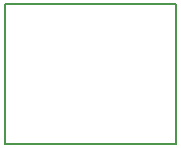
<source format=gbr>
G04 #@! TF.FileFunction,Profile,NP*
%FSLAX46Y46*%
G04 Gerber Fmt 4.6, Leading zero omitted, Abs format (unit mm)*
G04 Created by KiCad (PCBNEW 4.0.7) date Tuesday, July 31, 2018 'AMt' 11:35:19 AM*
%MOMM*%
%LPD*%
G01*
G04 APERTURE LIST*
%ADD10C,0.150000*%
G04 APERTURE END LIST*
D10*
X171200000Y-87000000D02*
X156700000Y-87000000D01*
X156700000Y-75200000D02*
X171200000Y-75200000D01*
X156700000Y-87000000D02*
X156700000Y-75200000D01*
X171200000Y-75200000D02*
X171200000Y-87000000D01*
M02*

</source>
